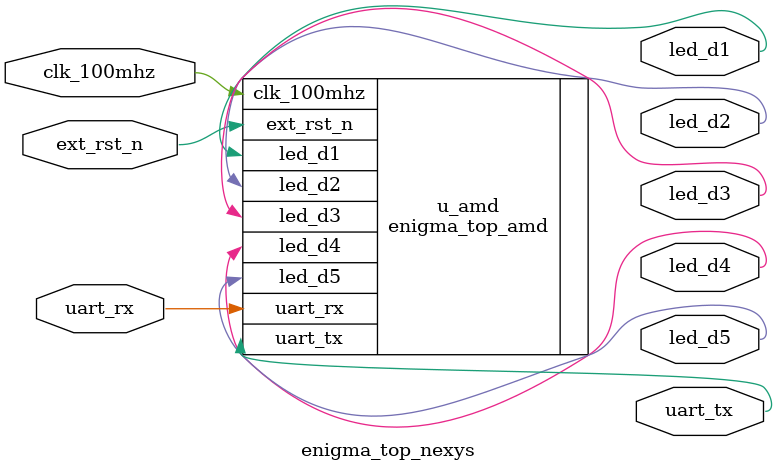
<source format=v>


module enigma_top_nexys (
    input  wire clk_100mhz,
    input  wire ext_rst_n,   // Wired to CPU_RESETN (N17), active-low — no inversion needed
    input  wire uart_rx,
    output wire uart_tx,
    output wire led_d1,
    output wire led_d2,
    output wire led_d3,
    output wire led_d4,
    output wire led_d5
);

    enigma_top_amd u_amd (
        .clk_100mhz(clk_100mhz),
        .ext_rst_n (ext_rst_n),   // Pass through directly
        .uart_rx   (uart_rx),
        .uart_tx   (uart_tx),
        .led_d1    (led_d1),
        .led_d2    (led_d2),
        .led_d3    (led_d3),
        .led_d4    (led_d4),
        .led_d5    (led_d5)
    );

endmodule

</source>
